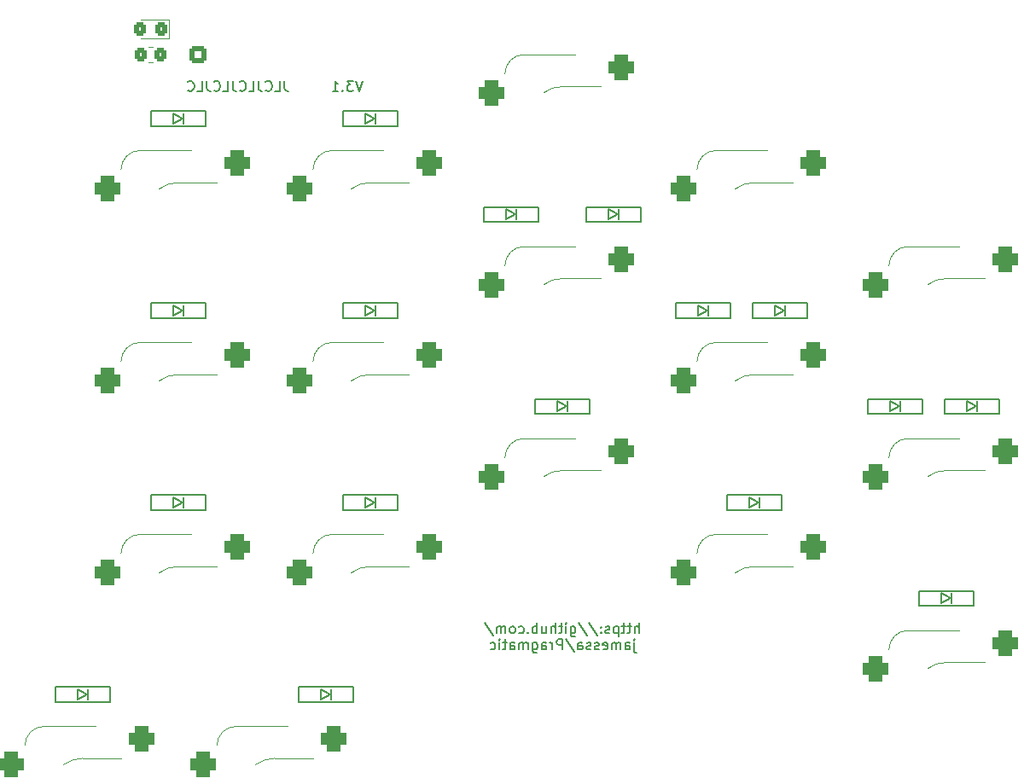
<source format=gbo>
%TF.GenerationSoftware,KiCad,Pcbnew,(6.0.5-0)*%
%TF.CreationDate,2022-06-17T11:23:01+08:00*%
%TF.ProjectId,Pragmatic,50726167-6d61-4746-9963-2e6b69636164,3.1*%
%TF.SameCoordinates,PX63ebd58PY3f96138*%
%TF.FileFunction,Legend,Bot*%
%TF.FilePolarity,Positive*%
%FSLAX46Y46*%
G04 Gerber Fmt 4.6, Leading zero omitted, Abs format (unit mm)*
G04 Created by KiCad (PCBNEW (6.0.5-0)) date 2022-06-17 11:23:01*
%MOMM*%
%LPD*%
G01*
G04 APERTURE LIST*
G04 Aperture macros list*
%AMRoundRect*
0 Rectangle with rounded corners*
0 $1 Rounding radius*
0 $2 $3 $4 $5 $6 $7 $8 $9 X,Y pos of 4 corners*
0 Add a 4 corners polygon primitive as box body*
4,1,4,$2,$3,$4,$5,$6,$7,$8,$9,$2,$3,0*
0 Add four circle primitives for the rounded corners*
1,1,$1+$1,$2,$3*
1,1,$1+$1,$4,$5*
1,1,$1+$1,$6,$7*
1,1,$1+$1,$8,$9*
0 Add four rect primitives between the rounded corners*
20,1,$1+$1,$2,$3,$4,$5,0*
20,1,$1+$1,$4,$5,$6,$7,0*
20,1,$1+$1,$6,$7,$8,$9,0*
20,1,$1+$1,$8,$9,$2,$3,0*%
G04 Aperture macros list end*
%ADD10C,0.150000*%
%ADD11C,0.120000*%
%ADD12C,2.500000*%
%ADD13RoundRect,0.250000X0.600000X-0.600000X0.600000X0.600000X-0.600000X0.600000X-0.600000X-0.600000X0*%
%ADD14C,1.700000*%
%ADD15R,1.400000X1.000000*%
%ADD16C,1.900000*%
%ADD17C,4.000000*%
%ADD18C,3.000000*%
%ADD19C,1.600000*%
%ADD20O,1.800000X1.600000*%
%ADD21RoundRect,0.625000X0.650000X0.625000X-0.650000X0.625000X-0.650000X-0.625000X0.650000X-0.625000X0*%
%ADD22RoundRect,0.250000X0.325000X0.450000X-0.325000X0.450000X-0.325000X-0.450000X0.325000X-0.450000X0*%
%ADD23RoundRect,0.250000X0.350000X0.450000X-0.350000X0.450000X-0.350000X-0.450000X0.350000X-0.450000X0*%
G04 APERTURE END LIST*
D10*
X7571428Y-32032380D02*
X7571428Y-31032380D01*
X7142857Y-32032380D02*
X7142857Y-31508571D01*
X7190476Y-31413333D01*
X7285714Y-31365714D01*
X7428571Y-31365714D01*
X7523809Y-31413333D01*
X7571428Y-31460952D01*
X6809523Y-31365714D02*
X6428571Y-31365714D01*
X6666666Y-31032380D02*
X6666666Y-31889523D01*
X6619047Y-31984761D01*
X6523809Y-32032380D01*
X6428571Y-32032380D01*
X6238095Y-31365714D02*
X5857142Y-31365714D01*
X6095238Y-31032380D02*
X6095238Y-31889523D01*
X6047619Y-31984761D01*
X5952380Y-32032380D01*
X5857142Y-32032380D01*
X5523809Y-31365714D02*
X5523809Y-32365714D01*
X5523809Y-31413333D02*
X5428571Y-31365714D01*
X5238095Y-31365714D01*
X5142857Y-31413333D01*
X5095238Y-31460952D01*
X5047619Y-31556190D01*
X5047619Y-31841904D01*
X5095238Y-31937142D01*
X5142857Y-31984761D01*
X5238095Y-32032380D01*
X5428571Y-32032380D01*
X5523809Y-31984761D01*
X4666666Y-31984761D02*
X4571428Y-32032380D01*
X4380952Y-32032380D01*
X4285714Y-31984761D01*
X4238095Y-31889523D01*
X4238095Y-31841904D01*
X4285714Y-31746666D01*
X4380952Y-31699047D01*
X4523809Y-31699047D01*
X4619047Y-31651428D01*
X4666666Y-31556190D01*
X4666666Y-31508571D01*
X4619047Y-31413333D01*
X4523809Y-31365714D01*
X4380952Y-31365714D01*
X4285714Y-31413333D01*
X3809523Y-31937142D02*
X3761904Y-31984761D01*
X3809523Y-32032380D01*
X3857142Y-31984761D01*
X3809523Y-31937142D01*
X3809523Y-32032380D01*
X3809523Y-31413333D02*
X3761904Y-31460952D01*
X3809523Y-31508571D01*
X3857142Y-31460952D01*
X3809523Y-31413333D01*
X3809523Y-31508571D01*
X2619047Y-30984761D02*
X3476190Y-32270476D01*
X1571428Y-30984761D02*
X2428571Y-32270476D01*
X809523Y-31365714D02*
X809523Y-32175238D01*
X857142Y-32270476D01*
X904761Y-32318095D01*
X1000000Y-32365714D01*
X1142857Y-32365714D01*
X1238095Y-32318095D01*
X809523Y-31984761D02*
X904761Y-32032380D01*
X1095238Y-32032380D01*
X1190476Y-31984761D01*
X1238095Y-31937142D01*
X1285714Y-31841904D01*
X1285714Y-31556190D01*
X1238095Y-31460952D01*
X1190476Y-31413333D01*
X1095238Y-31365714D01*
X904761Y-31365714D01*
X809523Y-31413333D01*
X333333Y-32032380D02*
X333333Y-31365714D01*
X333333Y-31032380D02*
X380952Y-31080000D01*
X333333Y-31127619D01*
X285714Y-31080000D01*
X333333Y-31032380D01*
X333333Y-31127619D01*
X0Y-31365714D02*
X-380953Y-31365714D01*
X-142858Y-31032380D02*
X-142858Y-31889523D01*
X-190477Y-31984761D01*
X-285715Y-32032380D01*
X-380953Y-32032380D01*
X-714286Y-32032380D02*
X-714286Y-31032380D01*
X-1142858Y-32032380D02*
X-1142858Y-31508571D01*
X-1095239Y-31413333D01*
X-1000000Y-31365714D01*
X-857143Y-31365714D01*
X-761905Y-31413333D01*
X-714286Y-31460952D01*
X-2047620Y-31365714D02*
X-2047620Y-32032380D01*
X-1619048Y-31365714D02*
X-1619048Y-31889523D01*
X-1666667Y-31984761D01*
X-1761905Y-32032380D01*
X-1904762Y-32032380D01*
X-2000000Y-31984761D01*
X-2047620Y-31937142D01*
X-2523810Y-32032380D02*
X-2523810Y-31032380D01*
X-2523810Y-31413333D02*
X-2619048Y-31365714D01*
X-2809524Y-31365714D01*
X-2904762Y-31413333D01*
X-2952381Y-31460952D01*
X-3000000Y-31556190D01*
X-3000000Y-31841904D01*
X-2952381Y-31937142D01*
X-2904762Y-31984761D01*
X-2809524Y-32032380D01*
X-2619048Y-32032380D01*
X-2523810Y-31984761D01*
X-3428572Y-31937142D02*
X-3476191Y-31984761D01*
X-3428572Y-32032380D01*
X-3380953Y-31984761D01*
X-3428572Y-31937142D01*
X-3428572Y-32032380D01*
X-4333334Y-31984761D02*
X-4238096Y-32032380D01*
X-4047620Y-32032380D01*
X-3952381Y-31984761D01*
X-3904762Y-31937142D01*
X-3857143Y-31841904D01*
X-3857143Y-31556190D01*
X-3904762Y-31460952D01*
X-3952381Y-31413333D01*
X-4047620Y-31365714D01*
X-4238096Y-31365714D01*
X-4333334Y-31413333D01*
X-4904762Y-32032380D02*
X-4809524Y-31984761D01*
X-4761905Y-31937142D01*
X-4714286Y-31841904D01*
X-4714286Y-31556190D01*
X-4761905Y-31460952D01*
X-4809524Y-31413333D01*
X-4904762Y-31365714D01*
X-5047620Y-31365714D01*
X-5142858Y-31413333D01*
X-5190477Y-31460952D01*
X-5238096Y-31556190D01*
X-5238096Y-31841904D01*
X-5190477Y-31937142D01*
X-5142858Y-31984761D01*
X-5047620Y-32032380D01*
X-4904762Y-32032380D01*
X-5666667Y-32032380D02*
X-5666667Y-31365714D01*
X-5666667Y-31460952D02*
X-5714286Y-31413333D01*
X-5809524Y-31365714D01*
X-5952381Y-31365714D01*
X-6047620Y-31413333D01*
X-6095239Y-31508571D01*
X-6095239Y-32032380D01*
X-6095239Y-31508571D02*
X-6142858Y-31413333D01*
X-6238096Y-31365714D01*
X-6380953Y-31365714D01*
X-6476191Y-31413333D01*
X-6523810Y-31508571D01*
X-6523810Y-32032380D01*
X-7714286Y-30984761D02*
X-6857143Y-32270476D01*
X7119047Y-32975714D02*
X7119047Y-33832857D01*
X7166666Y-33928095D01*
X7261904Y-33975714D01*
X7309523Y-33975714D01*
X7119047Y-32642380D02*
X7166666Y-32690000D01*
X7119047Y-32737619D01*
X7071428Y-32690000D01*
X7119047Y-32642380D01*
X7119047Y-32737619D01*
X6214285Y-33642380D02*
X6214285Y-33118571D01*
X6261904Y-33023333D01*
X6357142Y-32975714D01*
X6547619Y-32975714D01*
X6642857Y-33023333D01*
X6214285Y-33594761D02*
X6309523Y-33642380D01*
X6547619Y-33642380D01*
X6642857Y-33594761D01*
X6690476Y-33499523D01*
X6690476Y-33404285D01*
X6642857Y-33309047D01*
X6547619Y-33261428D01*
X6309523Y-33261428D01*
X6214285Y-33213809D01*
X5738095Y-33642380D02*
X5738095Y-32975714D01*
X5738095Y-33070952D02*
X5690476Y-33023333D01*
X5595238Y-32975714D01*
X5452380Y-32975714D01*
X5357142Y-33023333D01*
X5309523Y-33118571D01*
X5309523Y-33642380D01*
X5309523Y-33118571D02*
X5261904Y-33023333D01*
X5166666Y-32975714D01*
X5023809Y-32975714D01*
X4928571Y-33023333D01*
X4880952Y-33118571D01*
X4880952Y-33642380D01*
X4023809Y-33594761D02*
X4119047Y-33642380D01*
X4309523Y-33642380D01*
X4404761Y-33594761D01*
X4452380Y-33499523D01*
X4452380Y-33118571D01*
X4404761Y-33023333D01*
X4309523Y-32975714D01*
X4119047Y-32975714D01*
X4023809Y-33023333D01*
X3976190Y-33118571D01*
X3976190Y-33213809D01*
X4452380Y-33309047D01*
X3595238Y-33594761D02*
X3500000Y-33642380D01*
X3309523Y-33642380D01*
X3214285Y-33594761D01*
X3166666Y-33499523D01*
X3166666Y-33451904D01*
X3214285Y-33356666D01*
X3309523Y-33309047D01*
X3452380Y-33309047D01*
X3547619Y-33261428D01*
X3595238Y-33166190D01*
X3595238Y-33118571D01*
X3547619Y-33023333D01*
X3452380Y-32975714D01*
X3309523Y-32975714D01*
X3214285Y-33023333D01*
X2785714Y-33594761D02*
X2690476Y-33642380D01*
X2500000Y-33642380D01*
X2404761Y-33594761D01*
X2357142Y-33499523D01*
X2357142Y-33451904D01*
X2404761Y-33356666D01*
X2500000Y-33309047D01*
X2642857Y-33309047D01*
X2738095Y-33261428D01*
X2785714Y-33166190D01*
X2785714Y-33118571D01*
X2738095Y-33023333D01*
X2642857Y-32975714D01*
X2500000Y-32975714D01*
X2404761Y-33023333D01*
X1500000Y-33642380D02*
X1500000Y-33118571D01*
X1547619Y-33023333D01*
X1642857Y-32975714D01*
X1833333Y-32975714D01*
X1928571Y-33023333D01*
X1500000Y-33594761D02*
X1595238Y-33642380D01*
X1833333Y-33642380D01*
X1928571Y-33594761D01*
X1976190Y-33499523D01*
X1976190Y-33404285D01*
X1928571Y-33309047D01*
X1833333Y-33261428D01*
X1595238Y-33261428D01*
X1500000Y-33213809D01*
X309523Y-32594761D02*
X1166666Y-33880476D01*
X-23810Y-33642380D02*
X-23810Y-32642380D01*
X-404762Y-32642380D01*
X-500000Y-32690000D01*
X-547620Y-32737619D01*
X-595239Y-32832857D01*
X-595239Y-32975714D01*
X-547620Y-33070952D01*
X-500000Y-33118571D01*
X-404762Y-33166190D01*
X-23810Y-33166190D01*
X-1023810Y-33642380D02*
X-1023810Y-32975714D01*
X-1023810Y-33166190D02*
X-1071429Y-33070952D01*
X-1119048Y-33023333D01*
X-1214286Y-32975714D01*
X-1309524Y-32975714D01*
X-2071429Y-33642380D02*
X-2071429Y-33118571D01*
X-2023810Y-33023333D01*
X-1928572Y-32975714D01*
X-1738096Y-32975714D01*
X-1642858Y-33023333D01*
X-2071429Y-33594761D02*
X-1976191Y-33642380D01*
X-1738096Y-33642380D01*
X-1642858Y-33594761D01*
X-1595239Y-33499523D01*
X-1595239Y-33404285D01*
X-1642858Y-33309047D01*
X-1738096Y-33261428D01*
X-1976191Y-33261428D01*
X-2071429Y-33213809D01*
X-2976191Y-32975714D02*
X-2976191Y-33785238D01*
X-2928572Y-33880476D01*
X-2880953Y-33928095D01*
X-2785715Y-33975714D01*
X-2642858Y-33975714D01*
X-2547620Y-33928095D01*
X-2976191Y-33594761D02*
X-2880953Y-33642380D01*
X-2690477Y-33642380D01*
X-2595239Y-33594761D01*
X-2547620Y-33547142D01*
X-2500000Y-33451904D01*
X-2500000Y-33166190D01*
X-2547620Y-33070952D01*
X-2595239Y-33023333D01*
X-2690477Y-32975714D01*
X-2880953Y-32975714D01*
X-2976191Y-33023333D01*
X-3452381Y-33642380D02*
X-3452381Y-32975714D01*
X-3452381Y-33070952D02*
X-3500000Y-33023333D01*
X-3595239Y-32975714D01*
X-3738096Y-32975714D01*
X-3833334Y-33023333D01*
X-3880953Y-33118571D01*
X-3880953Y-33642380D01*
X-3880953Y-33118571D02*
X-3928572Y-33023333D01*
X-4023810Y-32975714D01*
X-4166667Y-32975714D01*
X-4261905Y-33023333D01*
X-4309524Y-33118571D01*
X-4309524Y-33642380D01*
X-5214286Y-33642380D02*
X-5214286Y-33118571D01*
X-5166667Y-33023333D01*
X-5071429Y-32975714D01*
X-4880953Y-32975714D01*
X-4785715Y-33023333D01*
X-5214286Y-33594761D02*
X-5119048Y-33642380D01*
X-4880953Y-33642380D01*
X-4785715Y-33594761D01*
X-4738096Y-33499523D01*
X-4738096Y-33404285D01*
X-4785715Y-33309047D01*
X-4880953Y-33261428D01*
X-5119048Y-33261428D01*
X-5214286Y-33213809D01*
X-5547620Y-32975714D02*
X-5928572Y-32975714D01*
X-5690477Y-32642380D02*
X-5690477Y-33499523D01*
X-5738096Y-33594761D01*
X-5833334Y-33642380D01*
X-5928572Y-33642380D01*
X-6261905Y-33642380D02*
X-6261905Y-32975714D01*
X-6261905Y-32642380D02*
X-6214286Y-32690000D01*
X-6261905Y-32737619D01*
X-6309524Y-32690000D01*
X-6261905Y-32642380D01*
X-6261905Y-32737619D01*
X-7166667Y-33594761D02*
X-7071429Y-33642380D01*
X-6880953Y-33642380D01*
X-6785715Y-33594761D01*
X-6738096Y-33547142D01*
X-6690477Y-33451904D01*
X-6690477Y-33166190D01*
X-6738096Y-33070952D01*
X-6785715Y-33023333D01*
X-6880953Y-32975714D01*
X-7071429Y-32975714D01*
X-7166667Y-33023333D01*
X-19877739Y22772620D02*
X-20211072Y21772620D01*
X-20544405Y22772620D01*
X-20782500Y22772620D02*
X-21401548Y22772620D01*
X-21068215Y22391667D01*
X-21211072Y22391667D01*
X-21306310Y22344048D01*
X-21353929Y22296429D01*
X-21401548Y22201191D01*
X-21401548Y21963096D01*
X-21353929Y21867858D01*
X-21306310Y21820239D01*
X-21211072Y21772620D01*
X-20925358Y21772620D01*
X-20830120Y21820239D01*
X-20782500Y21867858D01*
X-21830120Y21867858D02*
X-21877739Y21820239D01*
X-21830120Y21772620D01*
X-21782500Y21820239D01*
X-21830120Y21867858D01*
X-21830120Y21772620D01*
X-22830120Y21772620D02*
X-22258691Y21772620D01*
X-22544405Y21772620D02*
X-22544405Y22772620D01*
X-22449167Y22629762D01*
X-22353929Y22534524D01*
X-22258691Y22486905D01*
X-27605596Y22781381D02*
X-27605596Y22055667D01*
X-27557977Y21910524D01*
X-27462739Y21813762D01*
X-27319881Y21765381D01*
X-27224643Y21765381D01*
X-28557977Y21765381D02*
X-28081786Y21765381D01*
X-28081786Y22781381D01*
X-29462739Y21862143D02*
X-29415120Y21813762D01*
X-29272262Y21765381D01*
X-29177024Y21765381D01*
X-29034167Y21813762D01*
X-28938929Y21910524D01*
X-28891310Y22007286D01*
X-28843691Y22200810D01*
X-28843691Y22345953D01*
X-28891310Y22539477D01*
X-28938929Y22636239D01*
X-29034167Y22733000D01*
X-29177024Y22781381D01*
X-29272262Y22781381D01*
X-29415120Y22733000D01*
X-29462739Y22684620D01*
X-30177024Y22781381D02*
X-30177024Y22055667D01*
X-30129405Y21910524D01*
X-30034167Y21813762D01*
X-29891310Y21765381D01*
X-29796072Y21765381D01*
X-31129405Y21765381D02*
X-30653215Y21765381D01*
X-30653215Y22781381D01*
X-32034167Y21862143D02*
X-31986548Y21813762D01*
X-31843691Y21765381D01*
X-31748453Y21765381D01*
X-31605596Y21813762D01*
X-31510358Y21910524D01*
X-31462739Y22007286D01*
X-31415120Y22200810D01*
X-31415120Y22345953D01*
X-31462739Y22539477D01*
X-31510358Y22636239D01*
X-31605596Y22733000D01*
X-31748453Y22781381D01*
X-31843691Y22781381D01*
X-31986548Y22733000D01*
X-32034167Y22684620D01*
X-32748453Y22781381D02*
X-32748453Y22055667D01*
X-32700834Y21910524D01*
X-32605596Y21813762D01*
X-32462739Y21765381D01*
X-32367500Y21765381D01*
X-33700834Y21765381D02*
X-33224643Y21765381D01*
X-33224643Y22781381D01*
X-34605596Y21862143D02*
X-34557977Y21813762D01*
X-34415120Y21765381D01*
X-34319881Y21765381D01*
X-34177024Y21813762D01*
X-34081786Y21910524D01*
X-34034167Y22007286D01*
X-33986548Y22200810D01*
X-33986548Y22345953D01*
X-34034167Y22539477D01*
X-34081786Y22636239D01*
X-34177024Y22733000D01*
X-34319881Y22781381D01*
X-34415120Y22781381D01*
X-34557977Y22733000D01*
X-34605596Y22684620D01*
X-35319881Y22781381D02*
X-35319881Y22055667D01*
X-35272262Y21910524D01*
X-35177024Y21813762D01*
X-35034167Y21765381D01*
X-34938929Y21765381D01*
X-36272262Y21765381D02*
X-35796072Y21765381D01*
X-35796072Y22781381D01*
X-37177024Y21862143D02*
X-37129405Y21813762D01*
X-36986548Y21765381D01*
X-36891310Y21765381D01*
X-36748453Y21813762D01*
X-36653215Y21910524D01*
X-36605596Y22007286D01*
X-36557977Y22200810D01*
X-36557977Y22345953D01*
X-36605596Y22539477D01*
X-36653215Y22636239D01*
X-36748453Y22733000D01*
X-36891310Y22781381D01*
X-36986548Y22781381D01*
X-37129405Y22733000D01*
X-37177024Y22684620D01*
%TO.C,D1*%
X-38600000Y19550000D02*
X-38600000Y18550000D01*
X-40800000Y19800000D02*
X-40800000Y18300000D01*
X-37600000Y19550000D02*
X-37600000Y18550000D01*
X-38600000Y18550000D02*
X-37700000Y19050000D01*
X-35400000Y19800000D02*
X-35400000Y18300000D01*
X-37700000Y19050000D02*
X-38600000Y19550000D01*
X-35400000Y18300000D02*
X-40800000Y18300000D01*
X-40800000Y19800000D02*
X-35400000Y19800000D01*
%TO.C,D7*%
X-16350000Y-750000D02*
X-21750000Y-750000D01*
X-19550000Y500000D02*
X-19550000Y-500000D01*
X-18550000Y500000D02*
X-18550000Y-500000D01*
X-19550000Y-500000D02*
X-18650000Y0D01*
X-21750000Y750000D02*
X-21750000Y-750000D01*
X-21750000Y750000D02*
X-16350000Y750000D01*
X-16350000Y750000D02*
X-16350000Y-750000D01*
X-18650000Y0D02*
X-19550000Y500000D01*
%TO.C,D8*%
X2380000Y10275000D02*
X2380000Y8775000D01*
X4580000Y9025000D02*
X5480000Y9525000D01*
X4580000Y10025000D02*
X4580000Y9025000D01*
X7780000Y10275000D02*
X7780000Y8775000D01*
X5580000Y10025000D02*
X5580000Y9025000D01*
X5480000Y9525000D02*
X4580000Y10025000D01*
X2380000Y10275000D02*
X7780000Y10275000D01*
X7780000Y8775000D02*
X2380000Y8775000D01*
D11*
%TO.C,SW1*%
X-38100000Y12700000D02*
X-34290000Y12700000D01*
X-41910000Y15875000D02*
X-36830000Y15875000D01*
X-41910000Y15875000D02*
G75*
G03*
X-43815000Y13970000I0J-1905000D01*
G01*
X-38100000Y12700000D02*
G75*
G03*
X-40005000Y12065000I3J-3175009D01*
G01*
%TO.C,SW7*%
X-22860000Y-3175000D02*
X-17780000Y-3175000D01*
X-19050000Y-6350000D02*
X-15240000Y-6350000D01*
X-19050000Y-6350000D02*
G75*
G03*
X-20955000Y-6985000I3J-3175009D01*
G01*
X-22860000Y-3175000D02*
G75*
G03*
X-24765000Y-5080000I0J-1905000D01*
G01*
%TO.C,SW8*%
X-3810000Y6350000D02*
X1270000Y6350000D01*
X0Y3175000D02*
X3810000Y3175000D01*
X0Y3175000D02*
G75*
G03*
X-1905000Y2540000I3J-3175009D01*
G01*
X-3810000Y6350000D02*
G75*
G03*
X-5715000Y4445000I0J-1905000D01*
G01*
D10*
%TO.C,D2*%
X-21750000Y19800000D02*
X-16350000Y19800000D01*
X-19550000Y18550000D02*
X-18650000Y19050000D01*
X-18550000Y19550000D02*
X-18550000Y18550000D01*
X-21750000Y19800000D02*
X-21750000Y18300000D01*
X-18650000Y19050000D02*
X-19550000Y19550000D01*
X-19550000Y19550000D02*
X-19550000Y18550000D01*
X-16350000Y18300000D02*
X-21750000Y18300000D01*
X-16350000Y19800000D02*
X-16350000Y18300000D01*
D11*
%TO.C,SW2*%
X-19050000Y12700000D02*
X-15240000Y12700000D01*
X-22860000Y15875000D02*
X-17780000Y15875000D01*
X-22860000Y15875000D02*
G75*
G03*
X-24765000Y13970000I0J-1905000D01*
G01*
X-19050000Y12700000D02*
G75*
G03*
X-20955000Y12065000I3J-3175009D01*
G01*
D10*
%TO.C,D3*%
X-7780000Y10275000D02*
X-2380000Y10275000D01*
X-2380000Y10275000D02*
X-2380000Y8775000D01*
X-5580000Y10025000D02*
X-5580000Y9025000D01*
X-7780000Y10275000D02*
X-7780000Y8775000D01*
X-2380000Y8775000D02*
X-7780000Y8775000D01*
X-4680000Y9525000D02*
X-5580000Y10025000D01*
X-4580000Y10025000D02*
X-4580000Y9025000D01*
X-5580000Y9025000D02*
X-4680000Y9525000D01*
%TO.C,D4*%
X16670000Y-750000D02*
X11270000Y-750000D01*
X14370000Y0D02*
X13470000Y500000D01*
X16670000Y750000D02*
X16670000Y-750000D01*
X11270000Y750000D02*
X11270000Y-750000D01*
X14470000Y500000D02*
X14470000Y-500000D01*
X13470000Y-500000D02*
X14370000Y0D01*
X13470000Y500000D02*
X13470000Y-500000D01*
X11270000Y750000D02*
X16670000Y750000D01*
%TO.C,D5*%
X30320000Y-8775000D02*
X35720000Y-8775000D01*
X32520000Y-10025000D02*
X33420000Y-9525000D01*
X35720000Y-10275000D02*
X30320000Y-10275000D01*
X33520000Y-9025000D02*
X33520000Y-10025000D01*
X30320000Y-8775000D02*
X30320000Y-10275000D01*
X35720000Y-8775000D02*
X35720000Y-10275000D01*
X33420000Y-9525000D02*
X32520000Y-9025000D01*
X32520000Y-9025000D02*
X32520000Y-10025000D01*
%TO.C,D6*%
X-40800000Y750000D02*
X-35400000Y750000D01*
X-37700000Y0D02*
X-38600000Y500000D01*
X-38600000Y-500000D02*
X-37700000Y0D01*
X-35400000Y750000D02*
X-35400000Y-750000D01*
X-37600000Y500000D02*
X-37600000Y-500000D01*
X-35400000Y-750000D02*
X-40800000Y-750000D01*
X-40800000Y750000D02*
X-40800000Y-750000D01*
X-38600000Y500000D02*
X-38600000Y-500000D01*
%TO.C,D9*%
X24290000Y750000D02*
X24290000Y-750000D01*
X21990000Y0D02*
X21090000Y500000D01*
X24290000Y-750000D02*
X18890000Y-750000D01*
X18890000Y750000D02*
X24290000Y750000D01*
X22090000Y500000D02*
X22090000Y-500000D01*
X21090000Y500000D02*
X21090000Y-500000D01*
X18890000Y750000D02*
X18890000Y-750000D01*
X21090000Y-500000D02*
X21990000Y0D01*
%TO.C,D10*%
X43340000Y-10275000D02*
X37940000Y-10275000D01*
X43340000Y-8775000D02*
X43340000Y-10275000D01*
X41140000Y-9025000D02*
X41140000Y-10025000D01*
X37940000Y-8775000D02*
X37940000Y-10275000D01*
X40140000Y-9025000D02*
X40140000Y-10025000D01*
X37940000Y-8775000D02*
X43340000Y-8775000D01*
X40140000Y-10025000D02*
X41040000Y-9525000D01*
X41040000Y-9525000D02*
X40140000Y-9025000D01*
%TO.C,D11*%
X-38600000Y-19550000D02*
X-37700000Y-19050000D01*
X-40800000Y-18300000D02*
X-40800000Y-19800000D01*
X-38600000Y-18550000D02*
X-38600000Y-19550000D01*
X-35400000Y-18300000D02*
X-35400000Y-19800000D01*
X-35400000Y-19800000D02*
X-40800000Y-19800000D01*
X-37700000Y-19050000D02*
X-38600000Y-18550000D01*
X-37600000Y-18550000D02*
X-37600000Y-19550000D01*
X-40800000Y-18300000D02*
X-35400000Y-18300000D01*
%TO.C,D12*%
X-21750000Y-18300000D02*
X-16350000Y-18300000D01*
X-16350000Y-19800000D02*
X-21750000Y-19800000D01*
X-18550000Y-18550000D02*
X-18550000Y-19550000D01*
X-19550000Y-19550000D02*
X-18650000Y-19050000D01*
X-18650000Y-19050000D02*
X-19550000Y-18550000D01*
X-19550000Y-18550000D02*
X-19550000Y-19550000D01*
X-21750000Y-18300000D02*
X-21750000Y-19800000D01*
X-16350000Y-18300000D02*
X-16350000Y-19800000D01*
%TO.C,D13*%
X2700000Y-10275000D02*
X-2700000Y-10275000D01*
X-500000Y-9025000D02*
X-500000Y-10025000D01*
X500000Y-9025000D02*
X500000Y-10025000D01*
X-2700000Y-8775000D02*
X2700000Y-8775000D01*
X-500000Y-10025000D02*
X400000Y-9525000D01*
X400000Y-9525000D02*
X-500000Y-9025000D01*
X-2700000Y-8775000D02*
X-2700000Y-10275000D01*
X2700000Y-8775000D02*
X2700000Y-10275000D01*
%TO.C,D14*%
X18550000Y-19550000D02*
X19450000Y-19050000D01*
X19450000Y-19050000D02*
X18550000Y-18550000D01*
X18550000Y-18550000D02*
X18550000Y-19550000D01*
X21750000Y-19800000D02*
X16350000Y-19800000D01*
X16350000Y-18300000D02*
X21750000Y-18300000D01*
X19550000Y-18550000D02*
X19550000Y-19550000D01*
X21750000Y-18300000D02*
X21750000Y-19800000D01*
X16350000Y-18300000D02*
X16350000Y-19800000D01*
%TO.C,D15*%
X38500000Y-28575000D02*
X37600000Y-28075000D01*
X37600000Y-29075000D02*
X38500000Y-28575000D01*
X37600000Y-28075000D02*
X37600000Y-29075000D01*
X40800000Y-27825000D02*
X40800000Y-29325000D01*
X35400000Y-27825000D02*
X35400000Y-29325000D01*
X40800000Y-29325000D02*
X35400000Y-29325000D01*
X35400000Y-27825000D02*
X40800000Y-27825000D01*
X38600000Y-28075000D02*
X38600000Y-29075000D01*
%TO.C,D16*%
X-44925000Y-37350000D02*
X-44925000Y-38850000D01*
X-50325000Y-37350000D02*
X-44925000Y-37350000D01*
X-48125000Y-37600000D02*
X-48125000Y-38600000D01*
X-44925000Y-38850000D02*
X-50325000Y-38850000D01*
X-50325000Y-37350000D02*
X-50325000Y-38850000D01*
X-47125000Y-37600000D02*
X-47125000Y-38600000D01*
X-47225000Y-38100000D02*
X-48125000Y-37600000D01*
X-48125000Y-38600000D02*
X-47225000Y-38100000D01*
%TO.C,D17*%
X-23995000Y-38600000D02*
X-23095000Y-38100000D01*
X-20795000Y-37350000D02*
X-20795000Y-38850000D01*
X-22995000Y-37600000D02*
X-22995000Y-38600000D01*
X-26195000Y-37350000D02*
X-20795000Y-37350000D01*
X-20795000Y-38850000D02*
X-26195000Y-38850000D01*
X-26195000Y-37350000D02*
X-26195000Y-38850000D01*
X-23995000Y-37600000D02*
X-23995000Y-38600000D01*
X-23095000Y-38100000D02*
X-23995000Y-37600000D01*
D11*
%TO.C,D18*%
X-39025000Y28900000D02*
X-39025000Y26980000D01*
X-39025000Y26980000D02*
X-41885000Y26980000D01*
X-41885000Y28900000D02*
X-39025000Y28900000D01*
%TO.C,SW3*%
X-3810000Y25400000D02*
X1270000Y25400000D01*
X0Y22225000D02*
X3810000Y22225000D01*
X-3810000Y25400000D02*
G75*
G03*
X-5715000Y23495000I0J-1905000D01*
G01*
X0Y22225000D02*
G75*
G03*
X-1905000Y21590000I3J-3175009D01*
G01*
%TO.C,SW4*%
X15240000Y15875000D02*
X20320000Y15875000D01*
X19050000Y12700000D02*
X22860000Y12700000D01*
X19050000Y12700000D02*
G75*
G03*
X17145000Y12065000I3J-3175009D01*
G01*
X15240000Y15875000D02*
G75*
G03*
X13335000Y13970000I0J-1905000D01*
G01*
%TO.C,SW5*%
X34290000Y6350000D02*
X39370000Y6350000D01*
X38100000Y3175000D02*
X41910000Y3175000D01*
X34290000Y6350000D02*
G75*
G03*
X32385000Y4445000I0J-1905000D01*
G01*
X38100000Y3175000D02*
G75*
G03*
X36195000Y2540000I3J-3175009D01*
G01*
%TO.C,SW6*%
X-38100000Y-6350000D02*
X-34290000Y-6350000D01*
X-41910000Y-3175000D02*
X-36830000Y-3175000D01*
X-41910000Y-3175000D02*
G75*
G03*
X-43815000Y-5080000I0J-1905000D01*
G01*
X-38100000Y-6350000D02*
G75*
G03*
X-40005000Y-6985000I3J-3175009D01*
G01*
%TO.C,SW9*%
X15240000Y-3175000D02*
X20320000Y-3175000D01*
X19050000Y-6350000D02*
X22860000Y-6350000D01*
X15240000Y-3175000D02*
G75*
G03*
X13335000Y-5080000I0J-1905000D01*
G01*
X19050000Y-6350000D02*
G75*
G03*
X17145000Y-6985000I3J-3175009D01*
G01*
%TO.C,SW10*%
X34290000Y-12700000D02*
X39370000Y-12700000D01*
X38100000Y-15875000D02*
X41910000Y-15875000D01*
X38100000Y-15875000D02*
G75*
G03*
X36195000Y-16510000I3J-3175009D01*
G01*
X34290000Y-12700000D02*
G75*
G03*
X32385000Y-14605000I0J-1905000D01*
G01*
%TO.C,SW11*%
X-41910000Y-22225000D02*
X-36830000Y-22225000D01*
X-38100000Y-25400000D02*
X-34290000Y-25400000D01*
X-41910000Y-22225000D02*
G75*
G03*
X-43815000Y-24130000I0J-1905000D01*
G01*
X-38100000Y-25400000D02*
G75*
G03*
X-40005000Y-26035000I3J-3175009D01*
G01*
%TO.C,SW12*%
X-22860000Y-22225000D02*
X-17780000Y-22225000D01*
X-19050000Y-25400000D02*
X-15240000Y-25400000D01*
X-22860000Y-22225000D02*
G75*
G03*
X-24765000Y-24130000I0J-1905000D01*
G01*
X-19050000Y-25400000D02*
G75*
G03*
X-20955000Y-26035000I3J-3175009D01*
G01*
%TO.C,SW13*%
X0Y-15875000D02*
X3810000Y-15875000D01*
X-3810000Y-12700000D02*
X1270000Y-12700000D01*
X-3810000Y-12700000D02*
G75*
G03*
X-5715000Y-14605000I0J-1905000D01*
G01*
X0Y-15875000D02*
G75*
G03*
X-1905000Y-16510000I3J-3175009D01*
G01*
%TO.C,SW14*%
X19050000Y-25400000D02*
X22860000Y-25400000D01*
X15240000Y-22225000D02*
X20320000Y-22225000D01*
X15240000Y-22225000D02*
G75*
G03*
X13335000Y-24130000I0J-1905000D01*
G01*
X19050000Y-25400000D02*
G75*
G03*
X17145000Y-26035000I3J-3175009D01*
G01*
%TO.C,SW15*%
X38100000Y-34925000D02*
X41910000Y-34925000D01*
X34290000Y-31750000D02*
X39370000Y-31750000D01*
X34290000Y-31750000D02*
G75*
G03*
X32385000Y-33655000I0J-1905000D01*
G01*
X38100000Y-34925000D02*
G75*
G03*
X36195000Y-35560000I3J-3175009D01*
G01*
%TO.C,SW16*%
X-47625000Y-44450000D02*
X-43815000Y-44450000D01*
X-51435000Y-41275000D02*
X-46355000Y-41275000D01*
X-47625000Y-44450000D02*
G75*
G03*
X-49530000Y-45085000I3J-3175009D01*
G01*
X-51435000Y-41275000D02*
G75*
G03*
X-53340000Y-43180000I0J-1905000D01*
G01*
%TO.C,SW17*%
X-28575000Y-44450000D02*
X-24765000Y-44450000D01*
X-32385000Y-41275000D02*
X-27305000Y-41275000D01*
X-28575000Y-44450000D02*
G75*
G03*
X-30480000Y-45085000I3J-3175009D01*
G01*
X-32385000Y-41275000D02*
G75*
G03*
X-34290000Y-43180000I0J-1905000D01*
G01*
%TO.C,R1*%
X-40657936Y26135000D02*
X-41112064Y26135000D01*
X-40657936Y24665000D02*
X-41112064Y24665000D01*
%TD*%
%LPC*%
D12*
%TO.C,H1*%
X-28575000Y0D03*
%TD*%
%TO.C,H2*%
X27686000Y0D03*
%TD*%
%TO.C,H3*%
X-33655000Y-38100000D03*
%TD*%
%TO.C,H4*%
X29464000Y-28575000D03*
%TD*%
D13*
%TO.C,J1*%
X-36195000Y25400000D03*
D14*
X-36195000Y27940000D03*
X-33655000Y25400000D03*
X-33655000Y27940000D03*
X-31115000Y25400000D03*
X-31115000Y27940000D03*
X-28575000Y25400000D03*
X-28575000Y27940000D03*
X-26035000Y25400000D03*
X-26035000Y27940000D03*
X-23495000Y25400000D03*
X-23495000Y27940000D03*
X-20955000Y25400000D03*
X-20955000Y27940000D03*
%TD*%
D15*
%TO.C,D1*%
X-36325000Y19050000D03*
X-39875000Y19050000D03*
%TD*%
%TO.C,D7*%
X-17275000Y0D03*
X-20825000Y0D03*
%TD*%
%TO.C,D8*%
X6855000Y9525000D03*
X3305000Y9525000D03*
%TD*%
D16*
%TO.C,SW1*%
X-32600000Y9525000D03*
X-43180000Y9525000D03*
D17*
X-38100000Y9525000D03*
D16*
X-43600000Y9525000D03*
D18*
X-41910000Y12065000D03*
D16*
X-33020000Y9525000D03*
D18*
X-35560000Y14605000D03*
D19*
X-43100000Y5725000D03*
D20*
X-40640000Y4445000D03*
D21*
X-45185000Y12065000D03*
X-32258000Y14605000D03*
D20*
X-34290000Y6985000D03*
D19*
X-38100000Y3625000D03*
%TD*%
D16*
%TO.C,SW7*%
X-24550000Y-9525000D03*
D17*
X-19050000Y-9525000D03*
D16*
X-24130000Y-9525000D03*
X-13970000Y-9525000D03*
D18*
X-16510000Y-4445000D03*
D16*
X-13550000Y-9525000D03*
D18*
X-22860000Y-6985000D03*
D19*
X-24050000Y-13325000D03*
D21*
X-26135000Y-6985000D03*
D20*
X-21590000Y-14605000D03*
D19*
X-19050000Y-15425000D03*
D21*
X-13208000Y-4445000D03*
D20*
X-15240000Y-12065000D03*
%TD*%
D18*
%TO.C,SW8*%
X2540000Y5080000D03*
X-3810000Y2540000D03*
D17*
X0Y0D03*
D16*
X5080000Y0D03*
X-5500000Y0D03*
X5500000Y0D03*
X-5080000Y0D03*
D21*
X-7085000Y2540000D03*
D19*
X-5000000Y-3800000D03*
D20*
X-2540000Y-5080000D03*
D21*
X5842000Y5080000D03*
D20*
X3810000Y-2540000D03*
D19*
X0Y-5900000D03*
%TD*%
D15*
%TO.C,D2*%
X-17275000Y19050000D03*
X-20825000Y19050000D03*
%TD*%
D16*
%TO.C,SW2*%
X-24130000Y9525000D03*
D18*
X-16510000Y14605000D03*
D16*
X-24550000Y9525000D03*
D18*
X-22860000Y12065000D03*
D17*
X-19050000Y9525000D03*
D16*
X-13550000Y9525000D03*
X-13970000Y9525000D03*
D19*
X-24050000Y5725000D03*
D20*
X-21590000Y4445000D03*
D21*
X-26135000Y12065000D03*
X-13208000Y14605000D03*
D19*
X-19050000Y3625000D03*
D20*
X-15240000Y6985000D03*
%TD*%
D15*
%TO.C,D3*%
X-3305000Y9525000D03*
X-6855000Y9525000D03*
%TD*%
%TO.C,D4*%
X15745000Y0D03*
X12195000Y0D03*
%TD*%
%TO.C,D5*%
X34795000Y-9525000D03*
X31245000Y-9525000D03*
%TD*%
%TO.C,D6*%
X-36325000Y0D03*
X-39875000Y0D03*
%TD*%
%TO.C,D9*%
X23365000Y0D03*
X19815000Y0D03*
%TD*%
%TO.C,D10*%
X42415000Y-9525000D03*
X38865000Y-9525000D03*
%TD*%
%TO.C,D11*%
X-36325000Y-19050000D03*
X-39875000Y-19050000D03*
%TD*%
%TO.C,D12*%
X-17275000Y-19050000D03*
X-20825000Y-19050000D03*
%TD*%
%TO.C,D13*%
X1775000Y-9525000D03*
X-1775000Y-9525000D03*
%TD*%
%TO.C,D14*%
X20825000Y-19050000D03*
X17275000Y-19050000D03*
%TD*%
%TO.C,D15*%
X39875000Y-28575000D03*
X36325000Y-28575000D03*
%TD*%
%TO.C,D16*%
X-45850000Y-38100000D03*
X-49400000Y-38100000D03*
%TD*%
%TO.C,D17*%
X-21720000Y-38100000D03*
X-25270000Y-38100000D03*
%TD*%
D22*
%TO.C,D18*%
X-39860000Y27940000D03*
X-41910000Y27940000D03*
%TD*%
D18*
%TO.C,SW3*%
X2540000Y24130000D03*
D16*
X5500000Y19050000D03*
D18*
X-3810000Y21590000D03*
D16*
X-5080000Y19050000D03*
D17*
X0Y19050000D03*
D16*
X-5500000Y19050000D03*
X5080000Y19050000D03*
D19*
X-5000000Y15250000D03*
D21*
X-7085000Y21590000D03*
D20*
X-2540000Y13970000D03*
X3810000Y16510000D03*
D19*
X0Y13150000D03*
D21*
X5842000Y24130000D03*
%TD*%
D18*
%TO.C,SW4*%
X15240000Y12065000D03*
D16*
X13550000Y9525000D03*
D18*
X21590000Y14605000D03*
D17*
X19050000Y9525000D03*
D16*
X13970000Y9525000D03*
X24550000Y9525000D03*
X24130000Y9525000D03*
D19*
X14050000Y5725000D03*
D21*
X11965000Y12065000D03*
D20*
X16510000Y4445000D03*
D19*
X19050000Y3625000D03*
D20*
X22860000Y6985000D03*
D21*
X24892000Y14605000D03*
%TD*%
D18*
%TO.C,SW5*%
X34290000Y2540000D03*
X40640000Y5080000D03*
D16*
X43180000Y0D03*
X33020000Y0D03*
X43600000Y0D03*
D17*
X38100000Y0D03*
D16*
X32600000Y0D03*
D19*
X33100000Y-3800000D03*
D21*
X31015000Y2540000D03*
D20*
X35560000Y-5080000D03*
X41910000Y-2540000D03*
D19*
X38100000Y-5900000D03*
D21*
X43942000Y5080000D03*
%TD*%
D18*
%TO.C,SW6*%
X-41910000Y-6985000D03*
X-35560000Y-4445000D03*
D16*
X-43600000Y-9525000D03*
X-33020000Y-9525000D03*
X-32600000Y-9525000D03*
D17*
X-38100000Y-9525000D03*
D16*
X-43180000Y-9525000D03*
D19*
X-43100000Y-13325000D03*
D20*
X-40640000Y-14605000D03*
D21*
X-45185000Y-6985000D03*
D20*
X-34290000Y-12065000D03*
D21*
X-32258000Y-4445000D03*
D19*
X-38100000Y-15425000D03*
%TD*%
D18*
%TO.C,SW9*%
X15240000Y-6985000D03*
D17*
X19050000Y-9525000D03*
D16*
X24130000Y-9525000D03*
D18*
X21590000Y-4445000D03*
D16*
X13550000Y-9525000D03*
X13970000Y-9525000D03*
X24550000Y-9525000D03*
D20*
X16510000Y-14605000D03*
D19*
X14050000Y-13325000D03*
D21*
X11965000Y-6985000D03*
D20*
X22860000Y-12065000D03*
D21*
X24892000Y-4445000D03*
D19*
X19050000Y-15425000D03*
%TD*%
D16*
%TO.C,SW10*%
X32600000Y-19050000D03*
D18*
X34290000Y-16510000D03*
D16*
X43180000Y-19050000D03*
X33020000Y-19050000D03*
X43600000Y-19050000D03*
D17*
X38100000Y-19050000D03*
D18*
X40640000Y-13970000D03*
D20*
X35560000Y-24130000D03*
D21*
X31015000Y-16510000D03*
D19*
X33100000Y-22850000D03*
X38100000Y-24950000D03*
D20*
X41910000Y-21590000D03*
D21*
X43942000Y-13970000D03*
%TD*%
D16*
%TO.C,SW11*%
X-33020000Y-28575000D03*
X-32600000Y-28575000D03*
X-43180000Y-28575000D03*
D17*
X-38100000Y-28575000D03*
D18*
X-35560000Y-23495000D03*
X-41910000Y-26035000D03*
D16*
X-43600000Y-28575000D03*
D21*
X-45185000Y-26035000D03*
D20*
X-40640000Y-33655000D03*
D19*
X-43100000Y-32375000D03*
D20*
X-34290000Y-31115000D03*
D19*
X-38100000Y-34475000D03*
D21*
X-32258000Y-23495000D03*
%TD*%
D16*
%TO.C,SW12*%
X-24130000Y-28575000D03*
X-24550000Y-28575000D03*
D18*
X-22860000Y-26035000D03*
X-16510000Y-23495000D03*
D17*
X-19050000Y-28575000D03*
D16*
X-13970000Y-28575000D03*
X-13550000Y-28575000D03*
D21*
X-26135000Y-26035000D03*
D20*
X-21590000Y-33655000D03*
D19*
X-24050000Y-32375000D03*
X-19050000Y-34475000D03*
D21*
X-13208000Y-23495000D03*
D20*
X-15240000Y-31115000D03*
%TD*%
D16*
%TO.C,SW13*%
X-5500000Y-19050000D03*
X5080000Y-19050000D03*
D17*
X0Y-19050000D03*
D16*
X5500000Y-19050000D03*
X-5080000Y-19050000D03*
D18*
X-3810000Y-16510000D03*
X2540000Y-13970000D03*
D20*
X-2540000Y-24130000D03*
D21*
X-7085000Y-16510000D03*
D19*
X-5000000Y-22850000D03*
D20*
X3810000Y-21590000D03*
D21*
X5842000Y-13970000D03*
D19*
X0Y-24950000D03*
%TD*%
D18*
%TO.C,SW14*%
X15240000Y-26035000D03*
D17*
X19050000Y-28575000D03*
D16*
X13970000Y-28575000D03*
X24550000Y-28575000D03*
X24130000Y-28575000D03*
X13550000Y-28575000D03*
D18*
X21590000Y-23495000D03*
D19*
X14050000Y-32375000D03*
D20*
X16510000Y-33655000D03*
D21*
X11965000Y-26035000D03*
D20*
X22860000Y-31115000D03*
D21*
X24892000Y-23495000D03*
D19*
X19050000Y-34475000D03*
%TD*%
D16*
%TO.C,SW15*%
X33020000Y-38100000D03*
D18*
X34290000Y-35560000D03*
D17*
X38100000Y-38100000D03*
D18*
X40640000Y-33020000D03*
D16*
X32600000Y-38100000D03*
X43180000Y-38100000D03*
X43600000Y-38100000D03*
D21*
X31015000Y-35560000D03*
D20*
X35560000Y-43180000D03*
D19*
X33100000Y-41900000D03*
D20*
X41910000Y-40640000D03*
D19*
X38100000Y-44000000D03*
D21*
X43942000Y-33020000D03*
%TD*%
D17*
%TO.C,SW16*%
X-47625000Y-47625000D03*
D16*
X-42125000Y-47625000D03*
X-42545000Y-47625000D03*
X-53125000Y-47625000D03*
D18*
X-51435000Y-45085000D03*
D16*
X-52705000Y-47625000D03*
D18*
X-45085000Y-42545000D03*
D21*
X-54710000Y-45085000D03*
D19*
X-52625000Y-51425000D03*
D20*
X-50165000Y-52705000D03*
D19*
X-47625000Y-53525000D03*
D21*
X-41783000Y-42545000D03*
D20*
X-43815000Y-50165000D03*
%TD*%
D18*
%TO.C,SW17*%
X-32385000Y-45085000D03*
D16*
X-33655000Y-47625000D03*
D17*
X-28575000Y-47625000D03*
D16*
X-34075000Y-47625000D03*
X-23495000Y-47625000D03*
X-23075000Y-47625000D03*
D18*
X-26035000Y-42545000D03*
D20*
X-31115000Y-52705000D03*
D19*
X-33575000Y-51425000D03*
D21*
X-35660000Y-45085000D03*
X-22733000Y-42545000D03*
D20*
X-24765000Y-50165000D03*
D19*
X-28575000Y-53525000D03*
%TD*%
D23*
%TO.C,R1*%
X-39885000Y25400000D03*
X-41885000Y25400000D03*
%TD*%
M02*

</source>
